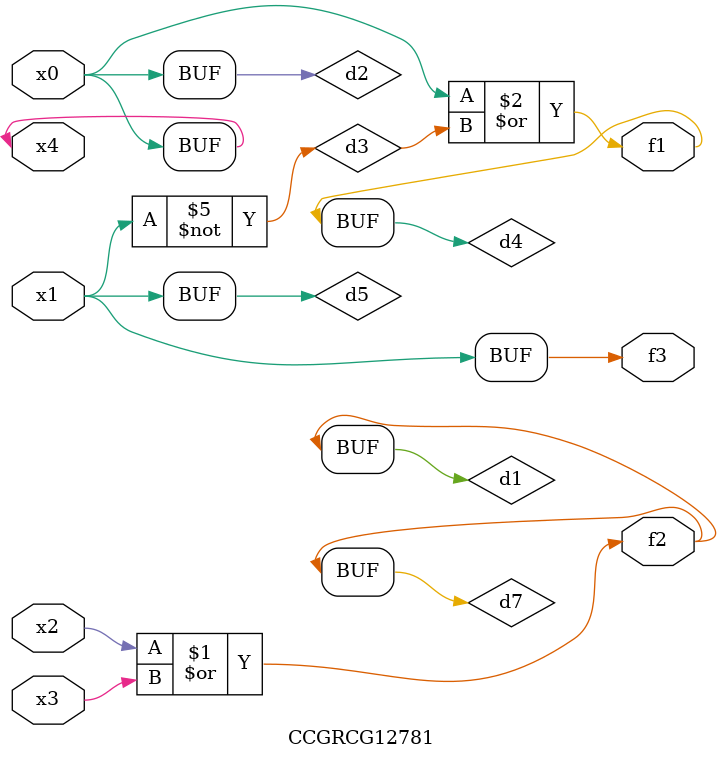
<source format=v>
module CCGRCG12781(
	input x0, x1, x2, x3, x4,
	output f1, f2, f3
);

	wire d1, d2, d3, d4, d5, d6, d7;

	or (d1, x2, x3);
	buf (d2, x0, x4);
	not (d3, x1);
	or (d4, d2, d3);
	not (d5, d3);
	nand (d6, d1, d3);
	or (d7, d1);
	assign f1 = d4;
	assign f2 = d7;
	assign f3 = d5;
endmodule

</source>
